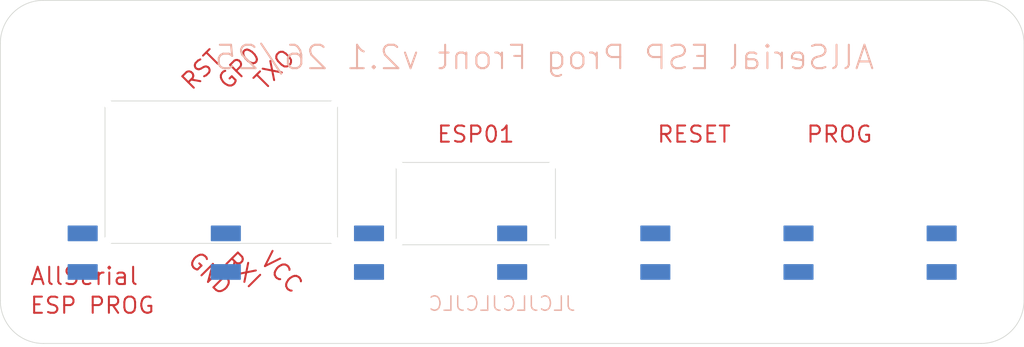
<source format=kicad_pcb>
(kicad_pcb (version 20241229) (generator "pcbnew") (generator_version "9.0")
  (layers (0 "F.Cu" signal) (2 "B.Cu" signal) (13 "F.Paste" user) (15 "B.Paste" user) (5 "F.SilkS" user "F.Silkscreen") (7 "B.SilkS" user "B.Silkscreen") (1 "F.Mask" user) (3 "B.Mask" user) (25 "Edge.Cuts" user))
  (net 0 "")
  (footprint "" (layer "F.Cu") (at 171.3611 106.2036)
    (property "Reference" "@HOLE1" (hide yes))
    (property "Value" "" (at 0 0 0) (layer "F.SilkS") (effects (font (size 1.27 1.27))))
    (pad "" np_thru_hole circle (at 0 0) (size 4.2 4.2) (drill 4.2) (layers "*.Cu" "*.Mask"))
  )
  (footprint "AllSerial_Front:IDC_Socket_03-2" (layer "F.Cu") (at 128.1811 117.0036)
    (property "Reference" "E$2" (hide yes))
    (property "Value" "" (hide yes))
    (fp_line (start -8.12 -16.56) (end -8.12 -7.3) (stroke (width 0.05)) (layer "Edge.Cuts"))
    (fp_line (start -7.72 -7) (end 7.72 -7) (stroke (width 0.05)) (layer "Edge.Cuts"))
    (fp_line (start 7.72 -16.96) (end -7.72 -16.96) (stroke (width 0.05)) (layer "Edge.Cuts"))
    (fp_line (start 8.12 -7.3) (end 8.12 -16.56) (stroke (width 0.05)) (layer "Edge.Cuts"))
    (fp_arc (start -8.12 -16.56) (mid -8.002843 -16.842843) (end -7.72 -16.96) (stroke (width 0.05)) (layer "Edge.Cuts"))
    (fp_arc (start -7.72 -7) (mid -7.982132 -7.067157) (end -8.12 -7.3) (stroke (width 0.05)) (layer "Edge.Cuts"))
    (fp_arc (start 7.72 -16.96) (mid 8.002843 -16.842843) (end 8.12 -16.56) (stroke (width 0.05)) (layer "Edge.Cuts"))
    (fp_arc (start 8.119999 -7.299999) (mid 7.961906 -7.094124) (end 7.72 -7) (stroke (width 0.05)) (layer "Edge.Cuts"))
    (pad "" np_thru_hole circle (at -7.92 -16.76) (size 0.6 0.6) (drill 0.6) (layers "*.Cu" "*.Mask"))
    (pad "" np_thru_hole circle (at -7.92 -7.2) (size 0.6 0.6) (drill 0.6) (layers "*.Cu" "*.Mask"))
    (pad "" np_thru_hole circle (at 7.92 -16.76) (size 0.6 0.6) (drill 0.6) (layers "*.Cu" "*.Mask"))
    (pad "" np_thru_hole circle (at 7.92 -7.2) (size 0.6 0.6) (drill 0.6) (layers "*.Cu" "*.Mask"))
  )
  (footprint "AllSerial_Front:Jumper_254_2x04" (layer "F.Cu") (at 145.9611 117.0036)
    (property "Reference" "E$3" (hide yes))
    (property "Value" "")
    (fp_line (start -5.56 -12.26) (end -5.56 -7.2) (stroke (width 0.05)) (layer "Edge.Cuts"))
    (fp_line (start -5.16 -6.9) (end 5.16 -6.9) (stroke (width 0.05)) (layer "Edge.Cuts"))
    (fp_line (start 5.16 -12.66) (end -5.16 -12.66) (stroke (width 0.05)) (layer "Edge.Cuts"))
    (fp_line (start 5.56 -7.2) (end 5.56 -12.26) (stroke (width 0.05)) (layer "Edge.Cuts"))
    (fp_arc (start -5.56 -12.26) (mid -5.442843 -12.542843) (end -5.16 -12.66) (stroke (width 0.05)) (layer "Edge.Cuts"))
    (fp_arc (start -5.16 -6.9) (mid -5.422132 -6.967157) (end -5.56 -7.2) (stroke (width 0.05)) (layer "Edge.Cuts"))
    (fp_arc (start 5.16 -12.66) (mid 5.442843 -12.542843) (end 5.56 -12.26) (stroke (width 0.05)) (layer "Edge.Cuts"))
    (fp_arc (start 5.559999 -7.199999) (mid 5.401906 -6.994124) (end 5.16 -6.9) (stroke (width 0.05)) (layer "Edge.Cuts"))
    (pad "" np_thru_hole circle (at -5.36 -12.46) (size 0.6 0.6) (drill 0.6) (layers "*.Cu" "*.Mask"))
    (pad "" np_thru_hole circle (at -5.36 -7.1) (size 0.6 0.6) (drill 0.6) (layers "*.Cu" "*.Mask"))
    (pad "" np_thru_hole circle (at 5.36 -12.46) (size 0.6 0.6) (drill 0.6) (layers "*.Cu" "*.Mask"))
    (pad "" np_thru_hole circle (at 5.36 -7.1) (size 0.6 0.6) (drill 0.6) (layers "*.Cu" "*.Mask"))
  )
  (footprint "" (layer "F.Cu") (at 161.2011 106.2036)
    (property "Reference" "@HOLE0" (hide yes))
    (property "Value" "" (at 0 0 0) (layer "F.SilkS") (effects (font (size 1.27 1.27))))
    (pad "" np_thru_hole circle (at 0 0) (size 4.2 4.2) (drill 4.2) (layers "*.Cu" "*.Mask"))
  )
  (footprint "AllSerial_Front:Frontpanel_2_Holes" (layer "F.Cu") (at 148.5011 117.0036)
    (property "Reference" "E$1" (hide yes))
    (property "Value" "" (hide yes))
    (fp_rect (start -31 -8.2) (end -29 -7.2) (stroke (width 0.1)) (fill yes) (layer "B.Cu"))
    (fp_rect (start -31 -5.5) (end -29 -4.5) (stroke (width 0.1)) (fill yes) (layer "B.Cu"))
    (fp_rect (start -21 -8.2) (end -19 -7.2) (stroke (width 0.1)) (fill yes) (layer "B.Cu"))
    (fp_rect (start -21 -5.5) (end -19 -4.5) (stroke (width 0.1)) (fill yes) (layer "B.Cu"))
    (fp_rect (start -11 -8.2) (end -9 -7.2) (stroke (width 0.1)) (fill yes) (layer "B.Cu"))
    (fp_rect (start -11 -5.5) (end -9 -4.5) (stroke (width 0.1)) (fill yes) (layer "B.Cu"))
    (fp_rect (start -1 -8.2) (end 1 -7.2) (stroke (width 0.1)) (fill yes) (layer "B.Cu"))
    (fp_rect (start -1 -5.5) (end 1 -4.5) (stroke (width 0.1)) (fill yes) (layer "B.Cu"))
    (fp_rect (start 9 -8.2) (end 11 -7.2) (stroke (width 0.1)) (fill yes) (layer "B.Cu"))
    (fp_rect (start 9 -5.5) (end 11 -4.5) (stroke (width 0.1)) (fill yes) (layer "B.Cu"))
    (fp_rect (start 19 -8.2) (end 21 -7.2) (stroke (width 0.1)) (fill yes) (layer "B.Cu"))
    (fp_rect (start 19 -5.5) (end 21 -4.5) (stroke (width 0.1)) (fill yes) (layer "B.Cu"))
    (fp_rect (start 29 -8.2) (end 31 -7.2) (stroke (width 0.1)) (fill yes) (layer "B.Cu"))
    (fp_rect (start 29 -5.5) (end 31 -4.5) (stroke (width 0.1)) (fill yes) (layer "B.Cu"))
    (fp_line (start -35.75 -3) (end -35.75 -21) (stroke (width 0.05)) (layer "Edge.Cuts"))
    (fp_line (start -32.75 0) (end 32.75 0) (stroke (width 0.05)) (layer "Edge.Cuts"))
    (fp_line (start -32.749999 -24) (end 32.75 -24) (stroke (width 0.05)) (layer "Edge.Cuts"))
    (fp_line (start 35.75 -21) (end 35.75 -3) (stroke (width 0.05)) (layer "Edge.Cuts"))
    (fp_arc (start -35.75 -21) (mid -34.87132 -23.12132) (end -32.75 -24) (stroke (width 0.05)) (layer "Edge.Cuts"))
    (fp_arc (start -32.75 0) (mid -34.87132 -0.87868) (end -35.75 -3) (stroke (width 0.05)) (layer "Edge.Cuts"))
    (fp_arc (start 32.75 -24) (mid 34.87132 -23.12132) (end 35.75 -21) (stroke (width 0.05)) (layer "Edge.Cuts"))
    (fp_arc (start 35.75 -3) (mid 34.87132 -0.87868) (end 32.75 0) (stroke (width 0.05)) (layer "Edge.Cuts"))
    (fp_text user "AllSerial" (at -33.75 -4 0) (layer "F.Cu") (effects (font (size 1.2065 1.2065) (thickness 0.1397)) (justify left bottom)))
    (pad "" np_thru_hole circle (at -31.75 -12) (size 3.2 3.2) (drill 3.2) (layers "*.Cu" "*.Mask"))
    (pad "" np_thru_hole circle (at 31.75 -12) (size 3.2 3.2) (drill 3.2) (layers "*.Cu" "*.Mask"))
  )
  (gr_text "VCC" (at 130.7211 111.2886 315) (layer "F.Cu") (effects (font (size 1.1303 1.1303) (thickness 0.1397)) (justify left bottom)))
  (gr_text "TXO" (at 130.7211 99.0036 45) (layer "F.Cu") (effects (font (size 1.1303 1.1303) (thickness 0.1397)) (justify left)))
  (gr_text "ESP01" (at 145.9611 103.0336 0) (layer "F.Cu") (effects (font (size 1.1303 1.1303) (thickness 0.1397)) (justify bottom)))
  (gr_text "GND" (at 125.6411 111.2886 315) (layer "F.Cu") (effects (font (size 1.1303 1.1303) (thickness 0.1397)) (justify left bottom)))
  (gr_text "RST" (at 125.6411 99.0036 45) (layer "F.Cu") (effects (font (size 1.1303 1.1303) (thickness 0.1397)) (justify left)))
  (gr_text "PROG" (at 171.3611 103.0336 0) (layer "F.Cu") (effects (font (size 1.1303 1.1303) (thickness 0.1397)) (justify bottom)))
  (gr_text "RESET" (at 161.2011 103.0336 0) (layer "F.Cu") (effects (font (size 1.1303 1.1303) (thickness 0.1397)) (justify bottom)))
  (gr_text "ESP PROG" (at 114.7511 115.0036 0) (layer "F.Cu") (effects (font (size 1.1303 1.1303) (thickness 0.1397)) (justify left bottom)))
  (gr_text "RXI" (at 128.1811 111.2886 315) (layer "F.Cu") (effects (font (size 1.1303 1.1303) (thickness 0.1397)) (justify left bottom)))
  (gr_text "GP0" (at 128.1811 99.0036 45) (layer "F.Cu") (effects (font (size 1.1303 1.1303) (thickness 0.1397)) (justify left)))
  (gr_text "AllSerial ESP Prog Front v2.1 26/25" (at 173.9011 97.9536 0) (layer "B.SilkS") (effects (font (size 1.63576 1.63576) (thickness 0.14224)) (justify left bottom mirror)))
  (gr_text "JLCJLCJLCJLC" (at 153.0011 114.8036 0) (layer "B.SilkS") (effects (font (size 1 1) (thickness 0.1)) (justify left bottom mirror)))
)
</source>
